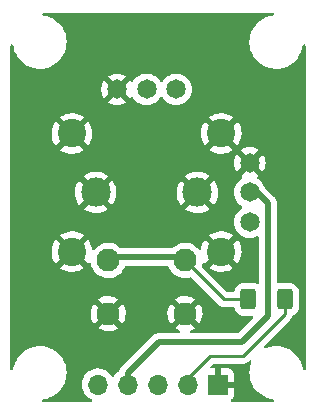
<source format=gbr>
%TF.GenerationSoftware,KiCad,Pcbnew,(6.0.1)*%
%TF.CreationDate,2022-03-21T11:35:37+08:00*%
%TF.ProjectId,Joystick_Board,4a6f7973-7469-4636-9b5f-426f6172642e,rev?*%
%TF.SameCoordinates,Original*%
%TF.FileFunction,Copper,L2,Bot*%
%TF.FilePolarity,Positive*%
%FSLAX46Y46*%
G04 Gerber Fmt 4.6, Leading zero omitted, Abs format (unit mm)*
G04 Created by KiCad (PCBNEW (6.0.1)) date 2022-03-21 11:35:37*
%MOMM*%
%LPD*%
G01*
G04 APERTURE LIST*
G04 Aperture macros list*
%AMRoundRect*
0 Rectangle with rounded corners*
0 $1 Rounding radius*
0 $2 $3 $4 $5 $6 $7 $8 $9 X,Y pos of 4 corners*
0 Add a 4 corners polygon primitive as box body*
4,1,4,$2,$3,$4,$5,$6,$7,$8,$9,$2,$3,0*
0 Add four circle primitives for the rounded corners*
1,1,$1+$1,$2,$3*
1,1,$1+$1,$4,$5*
1,1,$1+$1,$6,$7*
1,1,$1+$1,$8,$9*
0 Add four rect primitives between the rounded corners*
20,1,$1+$1,$2,$3,$4,$5,0*
20,1,$1+$1,$4,$5,$6,$7,0*
20,1,$1+$1,$6,$7,$8,$9,0*
20,1,$1+$1,$8,$9,$2,$3,0*%
G04 Aperture macros list end*
%TA.AperFunction,ComponentPad*%
%ADD10C,1.950000*%
%TD*%
%TA.AperFunction,ComponentPad*%
%ADD11C,1.650000*%
%TD*%
%TA.AperFunction,ComponentPad*%
%ADD12C,2.400000*%
%TD*%
%TA.AperFunction,ComponentPad*%
%ADD13C,2.475000*%
%TD*%
%TA.AperFunction,ComponentPad*%
%ADD14R,1.700000X1.700000*%
%TD*%
%TA.AperFunction,ComponentPad*%
%ADD15O,1.700000X1.700000*%
%TD*%
%TA.AperFunction,SMDPad,CuDef*%
%ADD16RoundRect,0.250000X-0.400000X-0.625000X0.400000X-0.625000X0.400000X0.625000X-0.400000X0.625000X0*%
%TD*%
%TA.AperFunction,Conductor*%
%ADD17C,0.250000*%
%TD*%
%TA.AperFunction,Conductor*%
%ADD18C,0.500000*%
%TD*%
G04 APERTURE END LIST*
D10*
%TO.P,S1,A1,A1*%
%TO.N,Net-(J1-Pad5)*%
X142782000Y-94990000D03*
D11*
%TO.P,S1,A11,A11*%
%TO.N,+3V3*%
X154762000Y-91740000D03*
%TO.P,S1,A12,A12*%
%TO.N,Net-(J1-Pad4)*%
X154762000Y-89240000D03*
%TO.P,S1,A13,A13*%
%TO.N,GND*%
X154762000Y-86740000D03*
D10*
%TO.P,S1,B1,B1*%
X142782000Y-99490000D03*
D11*
%TO.P,S1,B11,B11*%
%TO.N,+3V3*%
X148532000Y-80510000D03*
%TO.P,S1,B12,B12*%
%TO.N,Net-(J1-Pad3)*%
X146032000Y-80510000D03*
%TO.P,S1,B13,B13*%
%TO.N,GND*%
X143532000Y-80510000D03*
D10*
%TO.P,S1,C1,C1*%
%TO.N,Net-(J1-Pad5)*%
X149282000Y-94990000D03*
%TO.P,S1,D1,D1*%
%TO.N,GND*%
X149282000Y-99490000D03*
D12*
%TO.P,S1,MH1,MH1*%
X139707000Y-94240000D03*
%TO.P,S1,MH2,MH2*%
X139707000Y-84240000D03*
%TO.P,S1,MH3,MH3*%
X152357000Y-94240000D03*
%TO.P,S1,MH4,MH4*%
X152357000Y-84240000D03*
D13*
%TO.P,S1,MH5,MH5*%
X141732000Y-89240000D03*
%TO.P,S1,MH6,MH6*%
X150332000Y-89240000D03*
%TD*%
D14*
%TO.P,J1,1,Pin_1*%
%TO.N,GND*%
X152075000Y-105500000D03*
D15*
%TO.P,J1,2,Pin_2*%
%TO.N,+3V3*%
X149535000Y-105500000D03*
%TO.P,J1,3,Pin_3*%
%TO.N,Net-(J1-Pad3)*%
X146995000Y-105500000D03*
%TO.P,J1,4,Pin_4*%
%TO.N,Net-(J1-Pad4)*%
X144455000Y-105500000D03*
%TO.P,J1,5,Pin_5*%
%TO.N,Net-(J1-Pad5)*%
X141915000Y-105500000D03*
%TD*%
D16*
%TO.P,R1,1*%
%TO.N,Net-(J1-Pad5)*%
X154650000Y-98300000D03*
%TO.P,R1,2*%
%TO.N,+3V3*%
X157750000Y-98300000D03*
%TD*%
D17*
%TO.N,+3V3*%
X157750000Y-99550000D02*
X154200000Y-103100000D01*
X157750000Y-98900000D02*
X157750000Y-99550000D01*
X149535000Y-104965000D02*
X149535000Y-105500000D01*
X154200000Y-103100000D02*
X151400000Y-103100000D01*
X151400000Y-103100000D02*
X149535000Y-104965000D01*
D18*
%TO.N,Net-(J1-Pad4)*%
X144455000Y-105500000D02*
X144455000Y-104545000D01*
X147100000Y-101900000D02*
X154100000Y-101900000D01*
X144455000Y-104545000D02*
X147100000Y-101900000D01*
X154100000Y-101900000D02*
X156300000Y-99700000D01*
X156300000Y-90151500D02*
X155113500Y-88965000D01*
X156300000Y-99700000D02*
X156300000Y-90151500D01*
X155113500Y-88965000D02*
X154762000Y-88965000D01*
D17*
%TO.N,Net-(J1-Pad5)*%
X152592000Y-98300000D02*
X149282000Y-94990000D01*
X154050000Y-98300000D02*
X152592000Y-98300000D01*
D18*
X149282000Y-94715000D02*
X142782000Y-94715000D01*
%TD*%
%TA.AperFunction,Conductor*%
%TO.N,GND*%
G36*
X156737969Y-74028002D02*
G01*
X156784462Y-74081658D01*
X156794566Y-74151932D01*
X156765072Y-74216512D01*
X156705346Y-74254896D01*
X156694753Y-74257514D01*
X156406520Y-74315632D01*
X156122837Y-74413312D01*
X156119104Y-74415181D01*
X156119100Y-74415183D01*
X155858309Y-74545778D01*
X155854565Y-74547653D01*
X155606416Y-74716294D01*
X155382752Y-74916274D01*
X155380035Y-74919444D01*
X155380034Y-74919445D01*
X155254155Y-75066311D01*
X155187501Y-75144077D01*
X155185227Y-75147579D01*
X155185223Y-75147584D01*
X155074792Y-75317633D01*
X155024093Y-75395703D01*
X154895400Y-75666730D01*
X154803682Y-75952396D01*
X154802941Y-75956515D01*
X154762024Y-76183927D01*
X154750552Y-76247684D01*
X154750363Y-76251851D01*
X154750362Y-76251858D01*
X154741435Y-76448444D01*
X154736941Y-76547404D01*
X154763091Y-76846292D01*
X154764001Y-76850364D01*
X154764002Y-76850369D01*
X154827628Y-77135016D01*
X154828540Y-77139095D01*
X154932140Y-77420671D01*
X154934084Y-77424359D01*
X154934088Y-77424367D01*
X155030805Y-77607807D01*
X155072069Y-77686071D01*
X155245871Y-77930633D01*
X155450490Y-78150061D01*
X155682333Y-78340498D01*
X155937325Y-78498600D01*
X156210988Y-78621589D01*
X156385368Y-78673574D01*
X156494514Y-78706112D01*
X156494516Y-78706112D01*
X156498513Y-78707304D01*
X156502633Y-78707957D01*
X156502635Y-78707957D01*
X156621509Y-78726785D01*
X156794848Y-78754239D01*
X156837577Y-78756179D01*
X156887262Y-78758436D01*
X156887281Y-78758436D01*
X156888681Y-78758500D01*
X157076107Y-78758500D01*
X157299370Y-78743671D01*
X157303464Y-78742846D01*
X157303468Y-78742845D01*
X157444513Y-78714405D01*
X157593480Y-78684368D01*
X157877163Y-78586688D01*
X157880896Y-78584819D01*
X157880900Y-78584817D01*
X158141691Y-78454222D01*
X158141693Y-78454221D01*
X158145435Y-78452347D01*
X158393584Y-78283706D01*
X158617248Y-78083726D01*
X158619966Y-78080555D01*
X158809779Y-77859097D01*
X158809782Y-77859093D01*
X158812499Y-77855923D01*
X158814773Y-77852421D01*
X158814777Y-77852416D01*
X158973628Y-77607807D01*
X158973631Y-77607802D01*
X158975907Y-77604297D01*
X159104600Y-77333270D01*
X159196318Y-77047604D01*
X159241991Y-76793761D01*
X159273740Y-76730258D01*
X159334781Y-76694002D01*
X159405734Y-76696502D01*
X159464071Y-76736965D01*
X159491272Y-76802544D01*
X159492000Y-76816073D01*
X159492000Y-104183530D01*
X159471998Y-104251651D01*
X159418342Y-104298144D01*
X159348068Y-104308248D01*
X159283488Y-104278754D01*
X159245104Y-104219028D01*
X159240479Y-104194512D01*
X159237273Y-104157870D01*
X159236909Y-104153708D01*
X159235293Y-104146475D01*
X159172372Y-103864984D01*
X159172371Y-103864981D01*
X159171460Y-103860905D01*
X159067860Y-103579329D01*
X159065916Y-103575641D01*
X159065912Y-103575633D01*
X158929884Y-103317633D01*
X158929883Y-103317632D01*
X158927931Y-103313929D01*
X158754129Y-103069367D01*
X158549510Y-102849939D01*
X158317667Y-102659502D01*
X158062675Y-102501400D01*
X157789012Y-102378411D01*
X157575650Y-102314805D01*
X157505486Y-102293888D01*
X157505484Y-102293888D01*
X157501487Y-102292696D01*
X157497367Y-102292043D01*
X157497365Y-102292043D01*
X157378491Y-102273215D01*
X157205152Y-102245761D01*
X157162423Y-102243821D01*
X157112738Y-102241564D01*
X157112719Y-102241564D01*
X157111319Y-102241500D01*
X156923893Y-102241500D01*
X156700630Y-102256329D01*
X156696536Y-102257154D01*
X156696532Y-102257155D01*
X156555487Y-102285595D01*
X156406520Y-102315632D01*
X156122837Y-102413312D01*
X156122475Y-102412262D01*
X156056810Y-102419665D01*
X155993160Y-102388214D01*
X155956618Y-102327344D01*
X155958785Y-102256381D01*
X155989446Y-102206458D01*
X158142247Y-100053657D01*
X158150537Y-100046113D01*
X158157018Y-100042000D01*
X158203659Y-99992332D01*
X158206413Y-99989491D01*
X158226134Y-99969770D01*
X158228612Y-99966575D01*
X158236318Y-99957553D01*
X158238775Y-99954937D01*
X158266586Y-99925321D01*
X158276346Y-99907568D01*
X158287199Y-99891045D01*
X158294753Y-99881306D01*
X158299613Y-99875041D01*
X158317176Y-99834457D01*
X158322383Y-99823827D01*
X158343695Y-99785060D01*
X158345666Y-99777383D01*
X158345668Y-99777378D01*
X158348732Y-99765442D01*
X158355138Y-99746730D01*
X158360033Y-99735419D01*
X158363181Y-99728145D01*
X158364421Y-99720316D01*
X158366633Y-99712703D01*
X158369143Y-99713432D01*
X158394097Y-99660784D01*
X158448265Y-99625118D01*
X158466994Y-99618870D01*
X158466999Y-99618868D01*
X158473946Y-99616550D01*
X158624348Y-99523478D01*
X158749305Y-99398303D01*
X158842115Y-99247738D01*
X158897797Y-99079861D01*
X158901216Y-99046497D01*
X158905395Y-99005706D01*
X158908500Y-98975400D01*
X158908500Y-97624600D01*
X158907926Y-97619070D01*
X158898238Y-97525692D01*
X158898237Y-97525688D01*
X158897526Y-97518834D01*
X158841550Y-97351054D01*
X158748478Y-97200652D01*
X158623303Y-97075695D01*
X158617072Y-97071854D01*
X158478968Y-96986725D01*
X158478966Y-96986724D01*
X158472738Y-96982885D01*
X158392995Y-96956436D01*
X158311389Y-96929368D01*
X158311387Y-96929368D01*
X158304861Y-96927203D01*
X158298025Y-96926503D01*
X158298022Y-96926502D01*
X158254969Y-96922091D01*
X158200400Y-96916500D01*
X157299600Y-96916500D01*
X157296356Y-96916837D01*
X157296348Y-96916837D01*
X157197503Y-96927093D01*
X157127682Y-96914228D01*
X157075900Y-96865657D01*
X157058500Y-96801766D01*
X157058500Y-90218563D01*
X157059933Y-90199614D01*
X157062097Y-90185386D01*
X157063198Y-90178151D01*
X157058915Y-90125490D01*
X157058500Y-90115277D01*
X157058500Y-90107207D01*
X157058078Y-90103587D01*
X157058077Y-90103569D01*
X157055208Y-90078961D01*
X157054775Y-90074586D01*
X157049454Y-90009161D01*
X157049453Y-90009158D01*
X157048860Y-90001863D01*
X157046604Y-89994899D01*
X157045413Y-89988940D01*
X157044029Y-89983085D01*
X157043182Y-89975819D01*
X157018265Y-89907173D01*
X157016848Y-89903045D01*
X156996607Y-89840564D01*
X156996606Y-89840562D01*
X156994351Y-89833601D01*
X156990555Y-89827346D01*
X156988049Y-89821872D01*
X156985330Y-89816442D01*
X156982833Y-89809563D01*
X156942809Y-89748516D01*
X156940472Y-89744812D01*
X156905509Y-89687193D01*
X156905505Y-89687188D01*
X156902595Y-89682392D01*
X156895197Y-89674016D01*
X156895223Y-89673993D01*
X156892574Y-89671003D01*
X156889866Y-89667764D01*
X156885856Y-89661648D01*
X156880549Y-89656621D01*
X156880546Y-89656617D01*
X156829617Y-89608372D01*
X156827175Y-89605994D01*
X156048267Y-88827086D01*
X156020021Y-88782750D01*
X156019867Y-88782174D01*
X155972354Y-88680282D01*
X155923582Y-88575690D01*
X155923579Y-88575685D01*
X155921256Y-88570703D01*
X155787422Y-88379568D01*
X155622432Y-88214578D01*
X155617924Y-88211421D01*
X155617921Y-88211419D01*
X155448669Y-88092908D01*
X155404341Y-88037451D01*
X155397032Y-87966832D01*
X155429063Y-87903471D01*
X155448669Y-87886482D01*
X155493000Y-87855441D01*
X155501375Y-87844964D01*
X155494307Y-87831517D01*
X154774812Y-87112022D01*
X154760868Y-87104408D01*
X154759035Y-87104539D01*
X154752420Y-87108790D01*
X154028972Y-87832238D01*
X154022542Y-87844013D01*
X154031838Y-87856028D01*
X154075331Y-87886482D01*
X154119659Y-87941939D01*
X154126968Y-88012558D01*
X154094937Y-88075919D01*
X154075331Y-88092908D01*
X153906079Y-88211419D01*
X153906076Y-88211421D01*
X153901568Y-88214578D01*
X153736578Y-88379568D01*
X153602744Y-88570703D01*
X153600421Y-88575685D01*
X153600418Y-88575690D01*
X153551646Y-88680282D01*
X153504133Y-88782174D01*
X153443742Y-89007556D01*
X153423406Y-89240000D01*
X153443742Y-89472444D01*
X153445166Y-89477757D01*
X153445166Y-89477759D01*
X153479527Y-89605994D01*
X153504133Y-89697826D01*
X153506455Y-89702806D01*
X153506456Y-89702808D01*
X153600418Y-89904310D01*
X153600421Y-89904315D01*
X153602744Y-89909297D01*
X153605900Y-89913804D01*
X153605901Y-89913806D01*
X153721671Y-90079142D01*
X153736578Y-90100432D01*
X153901568Y-90265422D01*
X153906076Y-90268579D01*
X153906079Y-90268581D01*
X154074895Y-90386787D01*
X154119223Y-90442244D01*
X154126532Y-90512863D01*
X154094501Y-90576224D01*
X154074895Y-90593213D01*
X153906079Y-90711419D01*
X153906076Y-90711421D01*
X153901568Y-90714578D01*
X153736578Y-90879568D01*
X153733421Y-90884076D01*
X153733419Y-90884079D01*
X153659851Y-90989145D01*
X153602744Y-91070703D01*
X153600421Y-91075685D01*
X153600418Y-91075690D01*
X153506456Y-91277192D01*
X153504133Y-91282174D01*
X153443742Y-91507556D01*
X153423406Y-91740000D01*
X153443742Y-91972444D01*
X153504133Y-92197826D01*
X153506455Y-92202806D01*
X153506456Y-92202808D01*
X153600418Y-92404310D01*
X153600421Y-92404315D01*
X153602744Y-92409297D01*
X153605900Y-92413804D01*
X153605901Y-92413806D01*
X153717920Y-92573785D01*
X153736578Y-92600432D01*
X153901568Y-92765422D01*
X153906076Y-92768579D01*
X153906079Y-92768581D01*
X154088194Y-92896099D01*
X154092703Y-92899256D01*
X154097685Y-92901579D01*
X154097690Y-92901582D01*
X154161749Y-92931453D01*
X154304174Y-92997867D01*
X154309482Y-92999289D01*
X154309484Y-92999290D01*
X154524241Y-93056834D01*
X154524243Y-93056834D01*
X154529556Y-93058258D01*
X154762000Y-93078594D01*
X154994444Y-93058258D01*
X154999757Y-93056834D01*
X154999759Y-93056834D01*
X155214516Y-92999290D01*
X155214518Y-92999289D01*
X155219826Y-92997867D01*
X155362251Y-92931453D01*
X155432441Y-92920792D01*
X155497254Y-92949772D01*
X155536111Y-93009191D01*
X155541500Y-93045648D01*
X155541500Y-96864735D01*
X155521498Y-96932856D01*
X155467842Y-96979349D01*
X155397568Y-96989453D01*
X155372988Y-96982130D01*
X155372738Y-96982885D01*
X155211389Y-96929368D01*
X155211387Y-96929368D01*
X155204861Y-96927203D01*
X155198025Y-96926503D01*
X155198022Y-96926502D01*
X155154969Y-96922091D01*
X155100400Y-96916500D01*
X154199600Y-96916500D01*
X154196354Y-96916837D01*
X154196350Y-96916837D01*
X154100692Y-96926762D01*
X154100688Y-96926763D01*
X154093834Y-96927474D01*
X154087298Y-96929655D01*
X154087296Y-96929655D01*
X154077702Y-96932856D01*
X153926054Y-96983450D01*
X153775652Y-97076522D01*
X153650695Y-97201697D01*
X153557885Y-97352262D01*
X153502203Y-97520139D01*
X153501502Y-97526977D01*
X153501502Y-97526979D01*
X153498801Y-97553342D01*
X153471960Y-97619070D01*
X153413845Y-97659852D01*
X153373457Y-97666500D01*
X152906594Y-97666500D01*
X152838473Y-97646498D01*
X152817499Y-97629595D01*
X150801264Y-95613359D01*
X151348386Y-95613359D01*
X151357099Y-95624879D01*
X151445586Y-95689760D01*
X151453505Y-95694708D01*
X151669877Y-95808547D01*
X151678451Y-95812275D01*
X151909282Y-95892885D01*
X151918291Y-95895299D01*
X152158518Y-95940908D01*
X152167775Y-95941962D01*
X152412107Y-95951563D01*
X152421420Y-95951237D01*
X152664478Y-95924618D01*
X152673655Y-95922917D01*
X152910107Y-95860665D01*
X152918926Y-95857628D01*
X153143584Y-95761107D01*
X153151856Y-95756800D01*
X153359777Y-95628135D01*
X153361620Y-95626796D01*
X153369038Y-95615541D01*
X153362974Y-95605184D01*
X152369812Y-94612022D01*
X152355868Y-94604408D01*
X152354035Y-94604539D01*
X152347420Y-94608790D01*
X151355044Y-95601166D01*
X151348386Y-95613359D01*
X150801264Y-95613359D01*
X150733422Y-95545517D01*
X150699396Y-95483205D01*
X150701959Y-95419795D01*
X150736966Y-95304575D01*
X150738965Y-95289391D01*
X150767688Y-95224464D01*
X150826954Y-95185373D01*
X150897945Y-95184528D01*
X150958123Y-95222199D01*
X150964846Y-95230450D01*
X150972174Y-95240264D01*
X150983431Y-95248712D01*
X150995850Y-95241940D01*
X151984978Y-94252812D01*
X151991356Y-94241132D01*
X152721408Y-94241132D01*
X152721539Y-94242965D01*
X152725790Y-94249580D01*
X153720732Y-95244522D01*
X153733112Y-95251282D01*
X153741453Y-95245038D01*
X153859700Y-95061202D01*
X153864147Y-95053011D01*
X153964572Y-94830076D01*
X153967767Y-94821298D01*
X154034135Y-94585973D01*
X154035993Y-94576844D01*
X154067044Y-94332770D01*
X154067525Y-94326483D01*
X154069706Y-94243160D01*
X154069555Y-94236851D01*
X154051321Y-93991486D01*
X154049944Y-93982280D01*
X153995979Y-93743786D01*
X153993255Y-93734875D01*
X153904633Y-93506983D01*
X153900619Y-93498567D01*
X153779284Y-93286276D01*
X153774074Y-93278553D01*
X153742787Y-93238865D01*
X153730863Y-93230395D01*
X153719328Y-93236882D01*
X152729022Y-94227188D01*
X152721408Y-94241132D01*
X151991356Y-94241132D01*
X151992592Y-94238868D01*
X151992461Y-94237035D01*
X151988210Y-94230420D01*
X150993828Y-93236038D01*
X150980520Y-93228771D01*
X150970481Y-93235893D01*
X150965581Y-93241784D01*
X150960168Y-93249373D01*
X150833322Y-93458409D01*
X150829084Y-93466726D01*
X150734529Y-93692214D01*
X150731572Y-93701052D01*
X150671384Y-93938042D01*
X150669763Y-93947233D01*
X150665126Y-93993282D01*
X150638399Y-94059056D01*
X150580355Y-94099939D01*
X150509423Y-94102951D01*
X150446569Y-94065460D01*
X150297212Y-93901319D01*
X150293161Y-93898120D01*
X150293157Y-93898116D01*
X150109825Y-93753329D01*
X150109821Y-93753327D01*
X150105770Y-93750127D01*
X150094284Y-93743786D01*
X150049759Y-93719207D01*
X149892205Y-93632233D01*
X149887336Y-93630509D01*
X149887332Y-93630507D01*
X149667127Y-93552528D01*
X149667123Y-93552527D01*
X149662252Y-93550802D01*
X149657159Y-93549895D01*
X149657156Y-93549894D01*
X149427177Y-93508928D01*
X149427171Y-93508927D01*
X149422088Y-93508022D01*
X149342380Y-93507048D01*
X149183332Y-93505105D01*
X149183330Y-93505105D01*
X149178162Y-93505042D01*
X148937024Y-93541941D01*
X148705150Y-93617729D01*
X148488769Y-93730370D01*
X148484636Y-93733473D01*
X148484633Y-93733475D01*
X148305493Y-93867978D01*
X148293690Y-93876840D01*
X148270298Y-93901319D01*
X148254786Y-93917551D01*
X148193262Y-93952981D01*
X148163692Y-93956500D01*
X143903127Y-93956500D01*
X143835006Y-93936498D01*
X143809937Y-93915303D01*
X143797212Y-93901319D01*
X143793161Y-93898120D01*
X143793157Y-93898116D01*
X143609825Y-93753329D01*
X143609821Y-93753327D01*
X143605770Y-93750127D01*
X143594284Y-93743786D01*
X143549759Y-93719207D01*
X143392205Y-93632233D01*
X143387336Y-93630509D01*
X143387332Y-93630507D01*
X143167127Y-93552528D01*
X143167123Y-93552527D01*
X143162252Y-93550802D01*
X143157159Y-93549895D01*
X143157156Y-93549894D01*
X142927177Y-93508928D01*
X142927171Y-93508927D01*
X142922088Y-93508022D01*
X142842380Y-93507048D01*
X142683332Y-93505105D01*
X142683330Y-93505105D01*
X142678162Y-93505042D01*
X142437024Y-93541941D01*
X142205150Y-93617729D01*
X141988769Y-93730370D01*
X141984636Y-93733473D01*
X141984633Y-93733475D01*
X141805493Y-93867978D01*
X141793690Y-93876840D01*
X141625153Y-94053204D01*
X141623670Y-94055377D01*
X141565866Y-94095311D01*
X141494909Y-94097679D01*
X141433936Y-94061308D01*
X141401741Y-93994298D01*
X141399943Y-93982274D01*
X141345979Y-93743786D01*
X141343255Y-93734875D01*
X141254633Y-93506983D01*
X141250619Y-93498567D01*
X141129284Y-93286276D01*
X141124074Y-93278553D01*
X141092787Y-93238865D01*
X141080863Y-93230395D01*
X141069328Y-93236882D01*
X140079022Y-94227188D01*
X140071408Y-94241132D01*
X140071539Y-94242965D01*
X140075790Y-94249580D01*
X141070732Y-95244522D01*
X141083112Y-95251282D01*
X141091453Y-95245038D01*
X141096982Y-95236442D01*
X141150655Y-95189969D01*
X141220933Y-95179892D01*
X141285503Y-95209410D01*
X141323864Y-95269151D01*
X141325871Y-95276902D01*
X141361533Y-95435147D01*
X141363475Y-95439929D01*
X141363476Y-95439933D01*
X141439897Y-95628135D01*
X141453311Y-95661169D01*
X141580772Y-95869166D01*
X141740492Y-96053553D01*
X141928183Y-96209377D01*
X142138804Y-96332453D01*
X142366698Y-96419478D01*
X142371764Y-96420509D01*
X142371765Y-96420509D01*
X142600667Y-96467080D01*
X142600671Y-96467080D01*
X142605746Y-96468113D01*
X142610922Y-96468303D01*
X142610924Y-96468303D01*
X142844363Y-96476863D01*
X142844367Y-96476863D01*
X142849527Y-96477052D01*
X142854647Y-96476396D01*
X142854649Y-96476396D01*
X142931377Y-96466567D01*
X143091494Y-96446055D01*
X143096443Y-96444570D01*
X143096449Y-96444569D01*
X143320200Y-96377440D01*
X143320199Y-96377440D01*
X143325150Y-96375955D01*
X143544219Y-96268634D01*
X143548424Y-96265634D01*
X143548430Y-96265631D01*
X143738614Y-96129974D01*
X143738616Y-96129972D01*
X143742818Y-96126975D01*
X143915614Y-95954781D01*
X144057966Y-95756677D01*
X144163239Y-95543672D01*
X144211351Y-95491466D01*
X144276195Y-95473500D01*
X147792278Y-95473500D01*
X147860399Y-95493502D01*
X147909021Y-95552096D01*
X147939897Y-95628135D01*
X147953311Y-95661169D01*
X148080772Y-95869166D01*
X148240492Y-96053553D01*
X148428183Y-96209377D01*
X148638804Y-96332453D01*
X148866698Y-96419478D01*
X148871764Y-96420509D01*
X148871765Y-96420509D01*
X149100667Y-96467080D01*
X149100671Y-96467080D01*
X149105746Y-96468113D01*
X149110922Y-96468303D01*
X149110924Y-96468303D01*
X149344363Y-96476863D01*
X149344367Y-96476863D01*
X149349527Y-96477052D01*
X149354647Y-96476396D01*
X149354649Y-96476396D01*
X149431377Y-96466567D01*
X149591494Y-96446055D01*
X149712222Y-96409835D01*
X149783215Y-96409418D01*
X149837522Y-96441426D01*
X151015165Y-97619070D01*
X152088348Y-98692253D01*
X152095888Y-98700539D01*
X152100000Y-98707018D01*
X152105777Y-98712443D01*
X152149651Y-98753643D01*
X152152493Y-98756398D01*
X152172230Y-98776135D01*
X152175427Y-98778615D01*
X152184447Y-98786318D01*
X152216679Y-98816586D01*
X152223625Y-98820405D01*
X152223628Y-98820407D01*
X152234434Y-98826348D01*
X152250953Y-98837199D01*
X152266959Y-98849614D01*
X152274228Y-98852759D01*
X152274232Y-98852762D01*
X152307537Y-98867174D01*
X152318187Y-98872391D01*
X152356940Y-98893695D01*
X152364615Y-98895666D01*
X152364616Y-98895666D01*
X152376562Y-98898733D01*
X152395267Y-98905137D01*
X152413855Y-98913181D01*
X152421678Y-98914420D01*
X152421688Y-98914423D01*
X152457524Y-98920099D01*
X152469144Y-98922505D01*
X152504289Y-98931528D01*
X152511970Y-98933500D01*
X152532224Y-98933500D01*
X152551934Y-98935051D01*
X152571943Y-98938220D01*
X152579835Y-98937474D01*
X152615961Y-98934059D01*
X152627819Y-98933500D01*
X153373550Y-98933500D01*
X153441671Y-98953502D01*
X153488164Y-99007158D01*
X153498877Y-99046496D01*
X153502474Y-99081166D01*
X153558450Y-99248946D01*
X153651522Y-99399348D01*
X153776697Y-99524305D01*
X153782927Y-99528145D01*
X153782928Y-99528146D01*
X153920090Y-99612694D01*
X153927262Y-99617115D01*
X154007005Y-99643564D01*
X154088611Y-99670632D01*
X154088613Y-99670632D01*
X154095139Y-99672797D01*
X154101975Y-99673497D01*
X154101978Y-99673498D01*
X154145031Y-99677909D01*
X154199600Y-99683500D01*
X154939629Y-99683500D01*
X155007750Y-99703502D01*
X155054243Y-99757158D01*
X155064347Y-99827432D01*
X155034853Y-99892012D01*
X155028724Y-99898595D01*
X153822724Y-101104595D01*
X153760412Y-101138621D01*
X153733629Y-101141500D01*
X149796759Y-101141500D01*
X149728638Y-101121498D01*
X149682145Y-101067842D01*
X149672041Y-100997568D01*
X149701535Y-100932988D01*
X149760551Y-100894815D01*
X149820003Y-100876978D01*
X149829612Y-100873212D01*
X150039324Y-100770476D01*
X150048169Y-100765203D01*
X150120869Y-100713347D01*
X150129270Y-100702646D01*
X150122283Y-100689493D01*
X149294812Y-99862022D01*
X149280868Y-99854408D01*
X149279035Y-99854539D01*
X149272420Y-99858790D01*
X148437881Y-100693329D01*
X148430621Y-100706624D01*
X148434988Y-100712774D01*
X148634563Y-100829397D01*
X148643846Y-100833844D01*
X148811302Y-100897790D01*
X148867805Y-100940778D01*
X148892098Y-101007489D01*
X148876468Y-101076743D01*
X148825877Y-101126554D01*
X148766353Y-101141500D01*
X147167070Y-101141500D01*
X147148120Y-101140067D01*
X147133885Y-101137901D01*
X147133881Y-101137901D01*
X147126651Y-101136801D01*
X147119359Y-101137394D01*
X147119356Y-101137394D01*
X147073982Y-101141085D01*
X147063767Y-101141500D01*
X147055707Y-101141500D01*
X147052073Y-101141924D01*
X147052067Y-101141924D01*
X147039042Y-101143443D01*
X147027480Y-101144791D01*
X147023132Y-101145221D01*
X146950364Y-101151140D01*
X146943403Y-101153395D01*
X146937463Y-101154582D01*
X146931588Y-101155971D01*
X146924319Y-101156818D01*
X146855670Y-101181736D01*
X146851542Y-101183153D01*
X146789064Y-101203393D01*
X146789062Y-101203394D01*
X146782101Y-101205649D01*
X146775846Y-101209445D01*
X146770372Y-101211951D01*
X146764942Y-101214670D01*
X146758063Y-101217167D01*
X146751943Y-101221180D01*
X146751942Y-101221180D01*
X146697024Y-101257186D01*
X146693320Y-101259523D01*
X146630893Y-101297405D01*
X146622516Y-101304803D01*
X146622492Y-101304776D01*
X146619500Y-101307429D01*
X146616267Y-101310132D01*
X146610148Y-101314144D01*
X146605116Y-101319456D01*
X146556872Y-101370383D01*
X146554494Y-101372825D01*
X143966089Y-103961230D01*
X143951677Y-103973616D01*
X143940082Y-103982149D01*
X143940077Y-103982154D01*
X143934182Y-103986492D01*
X143929443Y-103992070D01*
X143929440Y-103992073D01*
X143899965Y-104026768D01*
X143893035Y-104034284D01*
X143887340Y-104039979D01*
X143885060Y-104042861D01*
X143869719Y-104062251D01*
X143866928Y-104065655D01*
X143824409Y-104115703D01*
X143819667Y-104121285D01*
X143816339Y-104127801D01*
X143812972Y-104132850D01*
X143809805Y-104137979D01*
X143805266Y-104143716D01*
X143774345Y-104209875D01*
X143772442Y-104213769D01*
X143739231Y-104278808D01*
X143737491Y-104285920D01*
X143735397Y-104291550D01*
X143733479Y-104297315D01*
X143730378Y-104303950D01*
X143728887Y-104311118D01*
X143726576Y-104318065D01*
X143724038Y-104317221D01*
X143696452Y-104368866D01*
X143682192Y-104381356D01*
X143581756Y-104456766D01*
X143549965Y-104480635D01*
X143395629Y-104642138D01*
X143288201Y-104799621D01*
X143233293Y-104844621D01*
X143162768Y-104852792D01*
X143099021Y-104821538D01*
X143078324Y-104797054D01*
X142997822Y-104672617D01*
X142997820Y-104672614D01*
X142995014Y-104668277D01*
X142844670Y-104503051D01*
X142840619Y-104499852D01*
X142840615Y-104499848D01*
X142673414Y-104367800D01*
X142673410Y-104367798D01*
X142669359Y-104364598D01*
X142473789Y-104256638D01*
X142468920Y-104254914D01*
X142468916Y-104254912D01*
X142268087Y-104183795D01*
X142268083Y-104183794D01*
X142263212Y-104182069D01*
X142258119Y-104181162D01*
X142258116Y-104181161D01*
X142048373Y-104143800D01*
X142048367Y-104143799D01*
X142043284Y-104142894D01*
X141969452Y-104141992D01*
X141825081Y-104140228D01*
X141825079Y-104140228D01*
X141819911Y-104140165D01*
X141599091Y-104173955D01*
X141386756Y-104243357D01*
X141188607Y-104346507D01*
X141184474Y-104349610D01*
X141184471Y-104349612D01*
X141014100Y-104477530D01*
X141009965Y-104480635D01*
X140855629Y-104642138D01*
X140729743Y-104826680D01*
X140635688Y-105029305D01*
X140575989Y-105244570D01*
X140552251Y-105466695D01*
X140565110Y-105689715D01*
X140566247Y-105694761D01*
X140566248Y-105694767D01*
X140583680Y-105772115D01*
X140614222Y-105907639D01*
X140698266Y-106114616D01*
X140749942Y-106198944D01*
X140812291Y-106300688D01*
X140814987Y-106305088D01*
X140961250Y-106473938D01*
X141133126Y-106616632D01*
X141326000Y-106729338D01*
X141330825Y-106731180D01*
X141330826Y-106731181D01*
X141375630Y-106748290D01*
X141432133Y-106791278D01*
X141456426Y-106857989D01*
X141440796Y-106927244D01*
X141390204Y-106977054D01*
X141330681Y-106992000D01*
X137330152Y-106992000D01*
X137262031Y-106971998D01*
X137215538Y-106918342D01*
X137205434Y-106848068D01*
X137234928Y-106783488D01*
X137294654Y-106745104D01*
X137305247Y-106742486D01*
X137361313Y-106731181D01*
X137593480Y-106684368D01*
X137877163Y-106586688D01*
X137880896Y-106584819D01*
X137880900Y-106584817D01*
X138141691Y-106454222D01*
X138141693Y-106454221D01*
X138145435Y-106452347D01*
X138356380Y-106308990D01*
X138390125Y-106286057D01*
X138390128Y-106286055D01*
X138393584Y-106283706D01*
X138617248Y-106083726D01*
X138687458Y-106001811D01*
X138809779Y-105859097D01*
X138809782Y-105859093D01*
X138812499Y-105855923D01*
X138814773Y-105852421D01*
X138814777Y-105852416D01*
X138973628Y-105607807D01*
X138973631Y-105607802D01*
X138975907Y-105604297D01*
X139104600Y-105333270D01*
X139131430Y-105249707D01*
X139195038Y-105051591D01*
X139195038Y-105051590D01*
X139196318Y-105047604D01*
X139210868Y-104966736D01*
X139248709Y-104756425D01*
X139248710Y-104756420D01*
X139249448Y-104752316D01*
X139250146Y-104736965D01*
X139262870Y-104456766D01*
X139262870Y-104456760D01*
X139263059Y-104452596D01*
X139259503Y-104411946D01*
X139241994Y-104211834D01*
X139236909Y-104153708D01*
X139235293Y-104146475D01*
X139172372Y-103864984D01*
X139172371Y-103864981D01*
X139171460Y-103860905D01*
X139067860Y-103579329D01*
X139065916Y-103575641D01*
X139065912Y-103575633D01*
X138929884Y-103317633D01*
X138929883Y-103317632D01*
X138927931Y-103313929D01*
X138754129Y-103069367D01*
X138549510Y-102849939D01*
X138317667Y-102659502D01*
X138062675Y-102501400D01*
X137789012Y-102378411D01*
X137575650Y-102314805D01*
X137505486Y-102293888D01*
X137505484Y-102293888D01*
X137501487Y-102292696D01*
X137497367Y-102292043D01*
X137497365Y-102292043D01*
X137378491Y-102273215D01*
X137205152Y-102245761D01*
X137162423Y-102243821D01*
X137112738Y-102241564D01*
X137112719Y-102241564D01*
X137111319Y-102241500D01*
X136923893Y-102241500D01*
X136700630Y-102256329D01*
X136696536Y-102257154D01*
X136696532Y-102257155D01*
X136555487Y-102285595D01*
X136406520Y-102315632D01*
X136122837Y-102413312D01*
X136119104Y-102415181D01*
X136119100Y-102415183D01*
X135858309Y-102545778D01*
X135854565Y-102547653D01*
X135851100Y-102550008D01*
X135662026Y-102678502D01*
X135606416Y-102716294D01*
X135382752Y-102916274D01*
X135380035Y-102919444D01*
X135380034Y-102919445D01*
X135254155Y-103066311D01*
X135187501Y-103144077D01*
X135185227Y-103147579D01*
X135185223Y-103147584D01*
X135074792Y-103317633D01*
X135024093Y-103395703D01*
X134895400Y-103666730D01*
X134894121Y-103670713D01*
X134894120Y-103670716D01*
X134877572Y-103722256D01*
X134803682Y-103952396D01*
X134802941Y-103956515D01*
X134758009Y-104206239D01*
X134726260Y-104269742D01*
X134665219Y-104305998D01*
X134594266Y-104303498D01*
X134535929Y-104263035D01*
X134508728Y-104197456D01*
X134508000Y-104183927D01*
X134508000Y-100706624D01*
X141930621Y-100706624D01*
X141934988Y-100712774D01*
X142134563Y-100829397D01*
X142143846Y-100833844D01*
X142362007Y-100917152D01*
X142371905Y-100920028D01*
X142600744Y-100966585D01*
X142610972Y-100967804D01*
X142844340Y-100976362D01*
X142854626Y-100975895D01*
X143086262Y-100946222D01*
X143096340Y-100944080D01*
X143320014Y-100876974D01*
X143329612Y-100873212D01*
X143539324Y-100770476D01*
X143548169Y-100765203D01*
X143620869Y-100713347D01*
X143629270Y-100702646D01*
X143622283Y-100689493D01*
X142794812Y-99862022D01*
X142780868Y-99854408D01*
X142779035Y-99854539D01*
X142772420Y-99858790D01*
X141937881Y-100693329D01*
X141930621Y-100706624D01*
X134508000Y-100706624D01*
X134508000Y-99458799D01*
X141294658Y-99458799D01*
X141308102Y-99691942D01*
X141309535Y-99702144D01*
X141360873Y-99929949D01*
X141363956Y-99939789D01*
X141451814Y-100156156D01*
X141456457Y-100165347D01*
X141557555Y-100330325D01*
X141568011Y-100339785D01*
X141576789Y-100336001D01*
X142409978Y-99502812D01*
X142416356Y-99491132D01*
X143146408Y-99491132D01*
X143146539Y-99492965D01*
X143150790Y-99499580D01*
X143982045Y-100330835D01*
X143994055Y-100337394D01*
X144005794Y-100328426D01*
X144054518Y-100260619D01*
X144059829Y-100251780D01*
X144163291Y-100042442D01*
X144167089Y-100032849D01*
X144234974Y-99809413D01*
X144237151Y-99799343D01*
X144267869Y-99566015D01*
X144268388Y-99559340D01*
X144270001Y-99493364D01*
X144269807Y-99486647D01*
X144267518Y-99458799D01*
X147794658Y-99458799D01*
X147808102Y-99691942D01*
X147809535Y-99702144D01*
X147860873Y-99929949D01*
X147863956Y-99939789D01*
X147951814Y-100156156D01*
X147956457Y-100165347D01*
X148057555Y-100330325D01*
X148068011Y-100339785D01*
X148076789Y-100336001D01*
X148909978Y-99502812D01*
X148916356Y-99491132D01*
X149646408Y-99491132D01*
X149646539Y-99492965D01*
X149650790Y-99499580D01*
X150482045Y-100330835D01*
X150494055Y-100337394D01*
X150505794Y-100328426D01*
X150554518Y-100260619D01*
X150559829Y-100251780D01*
X150663291Y-100042442D01*
X150667089Y-100032849D01*
X150734974Y-99809413D01*
X150737151Y-99799343D01*
X150767869Y-99566015D01*
X150768388Y-99559340D01*
X150770001Y-99493364D01*
X150769807Y-99486647D01*
X150750525Y-99252108D01*
X150748842Y-99241946D01*
X150691952Y-99015453D01*
X150688634Y-99005706D01*
X150595513Y-98791542D01*
X150590646Y-98782467D01*
X150505465Y-98650796D01*
X150494779Y-98641593D01*
X150485214Y-98645996D01*
X149654022Y-99477188D01*
X149646408Y-99491132D01*
X148916356Y-99491132D01*
X148917592Y-99488868D01*
X148917461Y-99487035D01*
X148913210Y-99480420D01*
X148081892Y-98649102D01*
X148070356Y-98642802D01*
X148058073Y-98652426D01*
X147991036Y-98750698D01*
X147985943Y-98759662D01*
X147887619Y-98971483D01*
X147884062Y-98981151D01*
X147821657Y-99206178D01*
X147819726Y-99216298D01*
X147794910Y-99448510D01*
X147794658Y-99458799D01*
X144267518Y-99458799D01*
X144250525Y-99252108D01*
X144248842Y-99241946D01*
X144191952Y-99015453D01*
X144188634Y-99005706D01*
X144095513Y-98791542D01*
X144090646Y-98782467D01*
X144005465Y-98650796D01*
X143994779Y-98641593D01*
X143985214Y-98645996D01*
X143154022Y-99477188D01*
X143146408Y-99491132D01*
X142416356Y-99491132D01*
X142417592Y-99488868D01*
X142417461Y-99487035D01*
X142413210Y-99480420D01*
X141581892Y-98649102D01*
X141570356Y-98642802D01*
X141558073Y-98652426D01*
X141491036Y-98750698D01*
X141485943Y-98759662D01*
X141387619Y-98971483D01*
X141384062Y-98981151D01*
X141321657Y-99206178D01*
X141319726Y-99216298D01*
X141294910Y-99448510D01*
X141294658Y-99458799D01*
X134508000Y-99458799D01*
X134508000Y-98277142D01*
X141933938Y-98277142D01*
X141940684Y-98289474D01*
X142769188Y-99117978D01*
X142783132Y-99125592D01*
X142784965Y-99125461D01*
X142791580Y-99121210D01*
X143624391Y-98288399D01*
X143630539Y-98277142D01*
X148433938Y-98277142D01*
X148440684Y-98289474D01*
X149269188Y-99117978D01*
X149283132Y-99125592D01*
X149284965Y-99125461D01*
X149291580Y-99121210D01*
X150124391Y-98288399D01*
X150131412Y-98275543D01*
X150123639Y-98264875D01*
X150109548Y-98253746D01*
X150100970Y-98248047D01*
X149896526Y-98135189D01*
X149887126Y-98130964D01*
X149666993Y-98053011D01*
X149657036Y-98050381D01*
X149427129Y-98009427D01*
X149416878Y-98008458D01*
X149183367Y-98005605D01*
X149173083Y-98006325D01*
X148942253Y-98041647D01*
X148932225Y-98044036D01*
X148710263Y-98116584D01*
X148700753Y-98120581D01*
X148493624Y-98228405D01*
X148484904Y-98233897D01*
X148442391Y-98265817D01*
X148433938Y-98277142D01*
X143630539Y-98277142D01*
X143631412Y-98275543D01*
X143623639Y-98264875D01*
X143609548Y-98253746D01*
X143600970Y-98248047D01*
X143396526Y-98135189D01*
X143387126Y-98130964D01*
X143166993Y-98053011D01*
X143157036Y-98050381D01*
X142927129Y-98009427D01*
X142916878Y-98008458D01*
X142683367Y-98005605D01*
X142673083Y-98006325D01*
X142442253Y-98041647D01*
X142432225Y-98044036D01*
X142210263Y-98116584D01*
X142200753Y-98120581D01*
X141993624Y-98228405D01*
X141984904Y-98233897D01*
X141942391Y-98265817D01*
X141933938Y-98277142D01*
X134508000Y-98277142D01*
X134508000Y-95613359D01*
X138698386Y-95613359D01*
X138707099Y-95624879D01*
X138795586Y-95689760D01*
X138803505Y-95694708D01*
X139019877Y-95808547D01*
X139028451Y-95812275D01*
X139259282Y-95892885D01*
X139268291Y-95895299D01*
X139508518Y-95940908D01*
X139517775Y-95941962D01*
X139762107Y-95951563D01*
X139771420Y-95951237D01*
X140014478Y-95924618D01*
X140023655Y-95922917D01*
X140260107Y-95860665D01*
X140268926Y-95857628D01*
X140493584Y-95761107D01*
X140501856Y-95756800D01*
X140709777Y-95628135D01*
X140711620Y-95626796D01*
X140719038Y-95615541D01*
X140712974Y-95605184D01*
X139719812Y-94612022D01*
X139705868Y-94604408D01*
X139704035Y-94604539D01*
X139697420Y-94608790D01*
X138705044Y-95601166D01*
X138698386Y-95613359D01*
X134508000Y-95613359D01*
X134508000Y-94199835D01*
X137995022Y-94199835D01*
X138006754Y-94444064D01*
X138007891Y-94453324D01*
X138055593Y-94693143D01*
X138058082Y-94702118D01*
X138140708Y-94932250D01*
X138144505Y-94940778D01*
X138260234Y-95156160D01*
X138265245Y-95164027D01*
X138322173Y-95240263D01*
X138333431Y-95248712D01*
X138345850Y-95241940D01*
X139334978Y-94252812D01*
X139342592Y-94238868D01*
X139342461Y-94237035D01*
X139338210Y-94230420D01*
X138343828Y-93236038D01*
X138330520Y-93228771D01*
X138320481Y-93235893D01*
X138315581Y-93241784D01*
X138310168Y-93249373D01*
X138183322Y-93458409D01*
X138179084Y-93466726D01*
X138084529Y-93692214D01*
X138081572Y-93701052D01*
X138021384Y-93938042D01*
X138019763Y-93947232D01*
X137995267Y-94190510D01*
X137995022Y-94199835D01*
X134508000Y-94199835D01*
X134508000Y-92864917D01*
X138696330Y-92864917D01*
X138700903Y-92874693D01*
X139694188Y-93867978D01*
X139708132Y-93875592D01*
X139709965Y-93875461D01*
X139716580Y-93871210D01*
X140709488Y-92878302D01*
X140715872Y-92866612D01*
X140714555Y-92864917D01*
X151346330Y-92864917D01*
X151350903Y-92874693D01*
X152344188Y-93867978D01*
X152358132Y-93875592D01*
X152359965Y-93875461D01*
X152366580Y-93871210D01*
X153359488Y-92878302D01*
X153365872Y-92866612D01*
X153356460Y-92854502D01*
X153230144Y-92766873D01*
X153222116Y-92762145D01*
X153002810Y-92653995D01*
X152994177Y-92650507D01*
X152761288Y-92575958D01*
X152752238Y-92573785D01*
X152510891Y-92534480D01*
X152501602Y-92533668D01*
X152257114Y-92530467D01*
X152247803Y-92531037D01*
X152005522Y-92564010D01*
X151996403Y-92565948D01*
X151761668Y-92634367D01*
X151752915Y-92637639D01*
X151530869Y-92740004D01*
X151522714Y-92744524D01*
X151355468Y-92854175D01*
X151346330Y-92864917D01*
X140714555Y-92864917D01*
X140706460Y-92854502D01*
X140580144Y-92766873D01*
X140572116Y-92762145D01*
X140352810Y-92653995D01*
X140344177Y-92650507D01*
X140111288Y-92575958D01*
X140102238Y-92573785D01*
X139860891Y-92534480D01*
X139851602Y-92533668D01*
X139607114Y-92530467D01*
X139597803Y-92531037D01*
X139355522Y-92564010D01*
X139346403Y-92565948D01*
X139111668Y-92634367D01*
X139102915Y-92637639D01*
X138880869Y-92740004D01*
X138872714Y-92744524D01*
X138705468Y-92854175D01*
X138696330Y-92864917D01*
X134508000Y-92864917D01*
X134508000Y-90640189D01*
X140696556Y-90640189D01*
X140705269Y-90651709D01*
X140800665Y-90721656D01*
X140808564Y-90726592D01*
X141029897Y-90843041D01*
X141038446Y-90846758D01*
X141274549Y-90929209D01*
X141283558Y-90931623D01*
X141529261Y-90978271D01*
X141538518Y-90979325D01*
X141788420Y-90989145D01*
X141797733Y-90988819D01*
X142046343Y-90961591D01*
X142055497Y-90959895D01*
X142297350Y-90896221D01*
X142306170Y-90893184D01*
X142535948Y-90794463D01*
X142544220Y-90790156D01*
X142756876Y-90658561D01*
X142762546Y-90654441D01*
X142770648Y-90642149D01*
X142769500Y-90640189D01*
X149296556Y-90640189D01*
X149305269Y-90651709D01*
X149400665Y-90721656D01*
X149408564Y-90726592D01*
X149629897Y-90843041D01*
X149638446Y-90846758D01*
X149874549Y-90929209D01*
X149883558Y-90931623D01*
X150129261Y-90978271D01*
X150138518Y-90979325D01*
X150388420Y-90989145D01*
X150397733Y-90988819D01*
X150646343Y-90961591D01*
X150655497Y-90959895D01*
X150897350Y-90896221D01*
X150906170Y-90893184D01*
X151135948Y-90794463D01*
X151144220Y-90790156D01*
X151356876Y-90658561D01*
X151362546Y-90654441D01*
X151370648Y-90642149D01*
X151364584Y-90631794D01*
X150344812Y-89612022D01*
X150330868Y-89604408D01*
X150329035Y-89604539D01*
X150322420Y-89608790D01*
X149303214Y-90627996D01*
X149296556Y-90640189D01*
X142769500Y-90640189D01*
X142764584Y-90631794D01*
X141744812Y-89612022D01*
X141730868Y-89604408D01*
X141729035Y-89604539D01*
X141722420Y-89608790D01*
X140703214Y-90627996D01*
X140696556Y-90640189D01*
X134508000Y-90640189D01*
X134508000Y-89198852D01*
X139982430Y-89198852D01*
X139994429Y-89448647D01*
X139995566Y-89457907D01*
X140044356Y-89703192D01*
X140046845Y-89712167D01*
X140131355Y-89947545D01*
X140135152Y-89956073D01*
X140253519Y-90176366D01*
X140258530Y-90184232D01*
X140320379Y-90267057D01*
X140331637Y-90275506D01*
X140344056Y-90268734D01*
X141359978Y-89252812D01*
X141366356Y-89241132D01*
X142096408Y-89241132D01*
X142096539Y-89242965D01*
X142100790Y-89249580D01*
X143122868Y-90271658D01*
X143135248Y-90278418D01*
X143143589Y-90272174D01*
X143267751Y-90079142D01*
X143272194Y-90070958D01*
X143374909Y-89842938D01*
X143378103Y-89834163D01*
X143445985Y-89593470D01*
X143447843Y-89584341D01*
X143479597Y-89334740D01*
X143480078Y-89328452D01*
X143482311Y-89243159D01*
X143482160Y-89236851D01*
X143479336Y-89198852D01*
X148582430Y-89198852D01*
X148594429Y-89448647D01*
X148595566Y-89457907D01*
X148644356Y-89703192D01*
X148646845Y-89712167D01*
X148731355Y-89947545D01*
X148735152Y-89956073D01*
X148853519Y-90176366D01*
X148858530Y-90184232D01*
X148920379Y-90267057D01*
X148931637Y-90275506D01*
X148944056Y-90268734D01*
X149959978Y-89252812D01*
X149966356Y-89241132D01*
X150696408Y-89241132D01*
X150696539Y-89242965D01*
X150700790Y-89249580D01*
X151722868Y-90271658D01*
X151735248Y-90278418D01*
X151743589Y-90272174D01*
X151867751Y-90079142D01*
X151872194Y-90070958D01*
X151974909Y-89842938D01*
X151978103Y-89834163D01*
X152045985Y-89593470D01*
X152047843Y-89584341D01*
X152079597Y-89334740D01*
X152080078Y-89328452D01*
X152082311Y-89243159D01*
X152082160Y-89236851D01*
X152063513Y-88985927D01*
X152062136Y-88976721D01*
X152006941Y-88732791D01*
X152004217Y-88723880D01*
X151913573Y-88490789D01*
X151909562Y-88482380D01*
X151785462Y-88265252D01*
X151780249Y-88257522D01*
X151744490Y-88212162D01*
X151732566Y-88203692D01*
X151721031Y-88210179D01*
X150704022Y-89227188D01*
X150696408Y-89241132D01*
X149966356Y-89241132D01*
X149967592Y-89238868D01*
X149967461Y-89237035D01*
X149963210Y-89230420D01*
X148942199Y-88209409D01*
X148928891Y-88202142D01*
X148918852Y-88209264D01*
X148909970Y-88219942D01*
X148904550Y-88227540D01*
X148774816Y-88441337D01*
X148770578Y-88449654D01*
X148673867Y-88680282D01*
X148670910Y-88689120D01*
X148609349Y-88931516D01*
X148607730Y-88940699D01*
X148582675Y-89189525D01*
X148582430Y-89198852D01*
X143479336Y-89198852D01*
X143463513Y-88985927D01*
X143462136Y-88976721D01*
X143406941Y-88732791D01*
X143404217Y-88723880D01*
X143313573Y-88490789D01*
X143309562Y-88482380D01*
X143185462Y-88265252D01*
X143180249Y-88257522D01*
X143144490Y-88212162D01*
X143132566Y-88203692D01*
X143121031Y-88210179D01*
X142104022Y-89227188D01*
X142096408Y-89241132D01*
X141366356Y-89241132D01*
X141367592Y-89238868D01*
X141367461Y-89237035D01*
X141363210Y-89230420D01*
X140342199Y-88209409D01*
X140328891Y-88202142D01*
X140318852Y-88209264D01*
X140309970Y-88219942D01*
X140304550Y-88227540D01*
X140174816Y-88441337D01*
X140170578Y-88449654D01*
X140073867Y-88680282D01*
X140070910Y-88689120D01*
X140009349Y-88931516D01*
X140007730Y-88940699D01*
X139982675Y-89189525D01*
X139982430Y-89198852D01*
X134508000Y-89198852D01*
X134508000Y-87837832D01*
X140694245Y-87837832D01*
X140698818Y-87847608D01*
X141719188Y-88867978D01*
X141733132Y-88875592D01*
X141734965Y-88875461D01*
X141741580Y-88871210D01*
X142761436Y-87851354D01*
X142767820Y-87839664D01*
X142766396Y-87837832D01*
X149294245Y-87837832D01*
X149298818Y-87847608D01*
X150319188Y-88867978D01*
X150333132Y-88875592D01*
X150334965Y-88875461D01*
X150341580Y-88871210D01*
X151361436Y-87851354D01*
X151367820Y-87839664D01*
X151358408Y-87827554D01*
X151224230Y-87734471D01*
X151216202Y-87729743D01*
X150991897Y-87619128D01*
X150983264Y-87615640D01*
X150745072Y-87539395D01*
X150736011Y-87537219D01*
X150489168Y-87497018D01*
X150479881Y-87496206D01*
X150229818Y-87492932D01*
X150220506Y-87493502D01*
X149972713Y-87527225D01*
X149963577Y-87529166D01*
X149723492Y-87599145D01*
X149714749Y-87602414D01*
X149487638Y-87707114D01*
X149479483Y-87711634D01*
X149303383Y-87827090D01*
X149294245Y-87837832D01*
X142766396Y-87837832D01*
X142758408Y-87827554D01*
X142624230Y-87734471D01*
X142616202Y-87729743D01*
X142391897Y-87619128D01*
X142383264Y-87615640D01*
X142145072Y-87539395D01*
X142136011Y-87537219D01*
X141889168Y-87497018D01*
X141879881Y-87496206D01*
X141629818Y-87492932D01*
X141620506Y-87493502D01*
X141372713Y-87527225D01*
X141363577Y-87529166D01*
X141123492Y-87599145D01*
X141114749Y-87602414D01*
X140887638Y-87707114D01*
X140879483Y-87711634D01*
X140703383Y-87827090D01*
X140694245Y-87837832D01*
X134508000Y-87837832D01*
X134508000Y-86745475D01*
X153424387Y-86745475D01*
X153443758Y-86966877D01*
X153445661Y-86977672D01*
X153503182Y-87192344D01*
X153506928Y-87202636D01*
X153600852Y-87404059D01*
X153606335Y-87413554D01*
X153646559Y-87471000D01*
X153657036Y-87479375D01*
X153670483Y-87472307D01*
X154389978Y-86752812D01*
X154396356Y-86741132D01*
X155126408Y-86741132D01*
X155126539Y-86742965D01*
X155130790Y-86749580D01*
X155854238Y-87473028D01*
X155866013Y-87479458D01*
X155878028Y-87470162D01*
X155917665Y-87413554D01*
X155923148Y-87404059D01*
X156017072Y-87202636D01*
X156020818Y-87192344D01*
X156078339Y-86977672D01*
X156080242Y-86966877D01*
X156099613Y-86745475D01*
X156099613Y-86734525D01*
X156080242Y-86513123D01*
X156078339Y-86502328D01*
X156020818Y-86287656D01*
X156017072Y-86277364D01*
X155923148Y-86075941D01*
X155917665Y-86066446D01*
X155877441Y-86009000D01*
X155866964Y-86000625D01*
X155853517Y-86007693D01*
X155134022Y-86727188D01*
X155126408Y-86741132D01*
X154396356Y-86741132D01*
X154397592Y-86738868D01*
X154397461Y-86737035D01*
X154393210Y-86730420D01*
X153669762Y-86006972D01*
X153657987Y-86000542D01*
X153645972Y-86009838D01*
X153606335Y-86066446D01*
X153600852Y-86075941D01*
X153506928Y-86277364D01*
X153503182Y-86287656D01*
X153445661Y-86502328D01*
X153443758Y-86513123D01*
X153424387Y-86734525D01*
X153424387Y-86745475D01*
X134508000Y-86745475D01*
X134508000Y-85613359D01*
X138698386Y-85613359D01*
X138707099Y-85624879D01*
X138795586Y-85689760D01*
X138803505Y-85694708D01*
X139019877Y-85808547D01*
X139028451Y-85812275D01*
X139259282Y-85892885D01*
X139268291Y-85895299D01*
X139508518Y-85940908D01*
X139517775Y-85941962D01*
X139762107Y-85951563D01*
X139771420Y-85951237D01*
X140014478Y-85924618D01*
X140023655Y-85922917D01*
X140260107Y-85860665D01*
X140268926Y-85857628D01*
X140493584Y-85761107D01*
X140501856Y-85756800D01*
X140709777Y-85628135D01*
X140711620Y-85626796D01*
X140719038Y-85615541D01*
X140717760Y-85613359D01*
X151348386Y-85613359D01*
X151357099Y-85624879D01*
X151445586Y-85689760D01*
X151453505Y-85694708D01*
X151669877Y-85808547D01*
X151678451Y-85812275D01*
X151909282Y-85892885D01*
X151918291Y-85895299D01*
X152158518Y-85940908D01*
X152167775Y-85941962D01*
X152412107Y-85951563D01*
X152421420Y-85951237D01*
X152664478Y-85924618D01*
X152673655Y-85922917D01*
X152910107Y-85860665D01*
X152918926Y-85857628D01*
X153143584Y-85761107D01*
X153151856Y-85756800D01*
X153348625Y-85635036D01*
X154022625Y-85635036D01*
X154029693Y-85648483D01*
X154749188Y-86367978D01*
X154763132Y-86375592D01*
X154764965Y-86375461D01*
X154771580Y-86371210D01*
X155495028Y-85647762D01*
X155501458Y-85635987D01*
X155492162Y-85623972D01*
X155435554Y-85584335D01*
X155426059Y-85578852D01*
X155224636Y-85484928D01*
X155214344Y-85481182D01*
X154999672Y-85423661D01*
X154988877Y-85421758D01*
X154767475Y-85402387D01*
X154756525Y-85402387D01*
X154535123Y-85421758D01*
X154524328Y-85423661D01*
X154309656Y-85481182D01*
X154299364Y-85484928D01*
X154097941Y-85578852D01*
X154088446Y-85584335D01*
X154031000Y-85624559D01*
X154022625Y-85635036D01*
X153348625Y-85635036D01*
X153359777Y-85628135D01*
X153361620Y-85626796D01*
X153369038Y-85615541D01*
X153362974Y-85605184D01*
X152369812Y-84612022D01*
X152355868Y-84604408D01*
X152354035Y-84604539D01*
X152347420Y-84608790D01*
X151355044Y-85601166D01*
X151348386Y-85613359D01*
X140717760Y-85613359D01*
X140712974Y-85605184D01*
X139719812Y-84612022D01*
X139705868Y-84604408D01*
X139704035Y-84604539D01*
X139697420Y-84608790D01*
X138705044Y-85601166D01*
X138698386Y-85613359D01*
X134508000Y-85613359D01*
X134508000Y-84199835D01*
X137995022Y-84199835D01*
X138006754Y-84444064D01*
X138007891Y-84453324D01*
X138055593Y-84693143D01*
X138058082Y-84702118D01*
X138140708Y-84932250D01*
X138144505Y-84940778D01*
X138260234Y-85156160D01*
X138265245Y-85164027D01*
X138322173Y-85240263D01*
X138333431Y-85248712D01*
X138345850Y-85241940D01*
X139334978Y-84252812D01*
X139341356Y-84241132D01*
X140071408Y-84241132D01*
X140071539Y-84242965D01*
X140075790Y-84249580D01*
X141070732Y-85244522D01*
X141083112Y-85251282D01*
X141091453Y-85245038D01*
X141209700Y-85061202D01*
X141214147Y-85053011D01*
X141314572Y-84830076D01*
X141317767Y-84821298D01*
X141384135Y-84585973D01*
X141385993Y-84576844D01*
X141417044Y-84332770D01*
X141417525Y-84326483D01*
X141419706Y-84243160D01*
X141419555Y-84236851D01*
X141416804Y-84199835D01*
X150645022Y-84199835D01*
X150656754Y-84444064D01*
X150657891Y-84453324D01*
X150705593Y-84693143D01*
X150708082Y-84702118D01*
X150790708Y-84932250D01*
X150794505Y-84940778D01*
X150910234Y-85156160D01*
X150915245Y-85164027D01*
X150972173Y-85240263D01*
X150983431Y-85248712D01*
X150995850Y-85241940D01*
X151984978Y-84252812D01*
X151991356Y-84241132D01*
X152721408Y-84241132D01*
X152721539Y-84242965D01*
X152725790Y-84249580D01*
X153720732Y-85244522D01*
X153733112Y-85251282D01*
X153741453Y-85245038D01*
X153859700Y-85061202D01*
X153864147Y-85053011D01*
X153964572Y-84830076D01*
X153967767Y-84821298D01*
X154034135Y-84585973D01*
X154035993Y-84576844D01*
X154067044Y-84332770D01*
X154067525Y-84326483D01*
X154069706Y-84243160D01*
X154069555Y-84236851D01*
X154051321Y-83991486D01*
X154049944Y-83982280D01*
X153995979Y-83743786D01*
X153993255Y-83734875D01*
X153904633Y-83506983D01*
X153900619Y-83498567D01*
X153779284Y-83286276D01*
X153774074Y-83278553D01*
X153742787Y-83238865D01*
X153730863Y-83230395D01*
X153719328Y-83236882D01*
X152729022Y-84227188D01*
X152721408Y-84241132D01*
X151991356Y-84241132D01*
X151992592Y-84238868D01*
X151992461Y-84237035D01*
X151988210Y-84230420D01*
X150993828Y-83236038D01*
X150980520Y-83228771D01*
X150970481Y-83235893D01*
X150965581Y-83241784D01*
X150960168Y-83249373D01*
X150833322Y-83458409D01*
X150829084Y-83466726D01*
X150734529Y-83692214D01*
X150731572Y-83701052D01*
X150671384Y-83938042D01*
X150669763Y-83947232D01*
X150645267Y-84190510D01*
X150645022Y-84199835D01*
X141416804Y-84199835D01*
X141401321Y-83991486D01*
X141399944Y-83982280D01*
X141345979Y-83743786D01*
X141343255Y-83734875D01*
X141254633Y-83506983D01*
X141250619Y-83498567D01*
X141129284Y-83286276D01*
X141124074Y-83278553D01*
X141092787Y-83238865D01*
X141080863Y-83230395D01*
X141069328Y-83236882D01*
X140079022Y-84227188D01*
X140071408Y-84241132D01*
X139341356Y-84241132D01*
X139342592Y-84238868D01*
X139342461Y-84237035D01*
X139338210Y-84230420D01*
X138343828Y-83236038D01*
X138330520Y-83228771D01*
X138320481Y-83235893D01*
X138315581Y-83241784D01*
X138310168Y-83249373D01*
X138183322Y-83458409D01*
X138179084Y-83466726D01*
X138084529Y-83692214D01*
X138081572Y-83701052D01*
X138021384Y-83938042D01*
X138019763Y-83947232D01*
X137995267Y-84190510D01*
X137995022Y-84199835D01*
X134508000Y-84199835D01*
X134508000Y-82864917D01*
X138696330Y-82864917D01*
X138700903Y-82874693D01*
X139694188Y-83867978D01*
X139708132Y-83875592D01*
X139709965Y-83875461D01*
X139716580Y-83871210D01*
X140709488Y-82878302D01*
X140715872Y-82866612D01*
X140714555Y-82864917D01*
X151346330Y-82864917D01*
X151350903Y-82874693D01*
X152344188Y-83867978D01*
X152358132Y-83875592D01*
X152359965Y-83875461D01*
X152366580Y-83871210D01*
X153359488Y-82878302D01*
X153365872Y-82866612D01*
X153356460Y-82854502D01*
X153230144Y-82766873D01*
X153222116Y-82762145D01*
X153002810Y-82653995D01*
X152994177Y-82650507D01*
X152761288Y-82575958D01*
X152752238Y-82573785D01*
X152510891Y-82534480D01*
X152501602Y-82533668D01*
X152257114Y-82530467D01*
X152247803Y-82531037D01*
X152005522Y-82564010D01*
X151996403Y-82565948D01*
X151761668Y-82634367D01*
X151752915Y-82637639D01*
X151530869Y-82740004D01*
X151522714Y-82744524D01*
X151355468Y-82854175D01*
X151346330Y-82864917D01*
X140714555Y-82864917D01*
X140706460Y-82854502D01*
X140580144Y-82766873D01*
X140572116Y-82762145D01*
X140352810Y-82653995D01*
X140344177Y-82650507D01*
X140111288Y-82575958D01*
X140102238Y-82573785D01*
X139860891Y-82534480D01*
X139851602Y-82533668D01*
X139607114Y-82530467D01*
X139597803Y-82531037D01*
X139355522Y-82564010D01*
X139346403Y-82565948D01*
X139111668Y-82634367D01*
X139102915Y-82637639D01*
X138880869Y-82740004D01*
X138872714Y-82744524D01*
X138705468Y-82854175D01*
X138696330Y-82864917D01*
X134508000Y-82864917D01*
X134508000Y-81614013D01*
X142792542Y-81614013D01*
X142801838Y-81626028D01*
X142858446Y-81665665D01*
X142867941Y-81671148D01*
X143069364Y-81765072D01*
X143079656Y-81768818D01*
X143294328Y-81826339D01*
X143305123Y-81828242D01*
X143526525Y-81847613D01*
X143537475Y-81847613D01*
X143758877Y-81828242D01*
X143769672Y-81826339D01*
X143984344Y-81768818D01*
X143994636Y-81765072D01*
X144196059Y-81671148D01*
X144205554Y-81665665D01*
X144263000Y-81625441D01*
X144271375Y-81614964D01*
X144264307Y-81601517D01*
X143544812Y-80882022D01*
X143530868Y-80874408D01*
X143529035Y-80874539D01*
X143522420Y-80878790D01*
X142798972Y-81602238D01*
X142792542Y-81614013D01*
X134508000Y-81614013D01*
X134508000Y-80515475D01*
X142194387Y-80515475D01*
X142213758Y-80736877D01*
X142215661Y-80747672D01*
X142273182Y-80962344D01*
X142276928Y-80972636D01*
X142370852Y-81174059D01*
X142376335Y-81183554D01*
X142416559Y-81241000D01*
X142427036Y-81249375D01*
X142440483Y-81242307D01*
X143159978Y-80522812D01*
X143166356Y-80511132D01*
X143896408Y-80511132D01*
X143896539Y-80512965D01*
X143900790Y-80519580D01*
X144624238Y-81243028D01*
X144636013Y-81249458D01*
X144648028Y-81240162D01*
X144678482Y-81196669D01*
X144733939Y-81152341D01*
X144804558Y-81145032D01*
X144867919Y-81177063D01*
X144884908Y-81196669D01*
X145006578Y-81370432D01*
X145171568Y-81535422D01*
X145176076Y-81538579D01*
X145176079Y-81538581D01*
X145358194Y-81666099D01*
X145362703Y-81669256D01*
X145367685Y-81671579D01*
X145367690Y-81671582D01*
X145568180Y-81765072D01*
X145574174Y-81767867D01*
X145579482Y-81769289D01*
X145579484Y-81769290D01*
X145794241Y-81826834D01*
X145794243Y-81826834D01*
X145799556Y-81828258D01*
X146032000Y-81848594D01*
X146264444Y-81828258D01*
X146269757Y-81826834D01*
X146269759Y-81826834D01*
X146484516Y-81769290D01*
X146484518Y-81769289D01*
X146489826Y-81767867D01*
X146495820Y-81765072D01*
X146696310Y-81671582D01*
X146696315Y-81671579D01*
X146701297Y-81669256D01*
X146705806Y-81666099D01*
X146887921Y-81538581D01*
X146887924Y-81538579D01*
X146892432Y-81535422D01*
X147057422Y-81370432D01*
X147178787Y-81197105D01*
X147234244Y-81152777D01*
X147304863Y-81145468D01*
X147368224Y-81177499D01*
X147385213Y-81197105D01*
X147506578Y-81370432D01*
X147671568Y-81535422D01*
X147676076Y-81538579D01*
X147676079Y-81538581D01*
X147858194Y-81666099D01*
X147862703Y-81669256D01*
X147867685Y-81671579D01*
X147867690Y-81671582D01*
X148068180Y-81765072D01*
X148074174Y-81767867D01*
X148079482Y-81769289D01*
X148079484Y-81769290D01*
X148294241Y-81826834D01*
X148294243Y-81826834D01*
X148299556Y-81828258D01*
X148532000Y-81848594D01*
X148764444Y-81828258D01*
X148769757Y-81826834D01*
X148769759Y-81826834D01*
X148984516Y-81769290D01*
X148984518Y-81769289D01*
X148989826Y-81767867D01*
X148995820Y-81765072D01*
X149196310Y-81671582D01*
X149196315Y-81671579D01*
X149201297Y-81669256D01*
X149205806Y-81666099D01*
X149387921Y-81538581D01*
X149387924Y-81538579D01*
X149392432Y-81535422D01*
X149557422Y-81370432D01*
X149691256Y-81179297D01*
X149693579Y-81174315D01*
X149693582Y-81174310D01*
X149787544Y-80972808D01*
X149787545Y-80972806D01*
X149789867Y-80967826D01*
X149850258Y-80742444D01*
X149870594Y-80510000D01*
X149850258Y-80277556D01*
X149789867Y-80052174D01*
X149782000Y-80035303D01*
X149693582Y-79845690D01*
X149693579Y-79845685D01*
X149691256Y-79840703D01*
X149557422Y-79649568D01*
X149392432Y-79484578D01*
X149387924Y-79481421D01*
X149387921Y-79481419D01*
X149205806Y-79353901D01*
X149205804Y-79353900D01*
X149201297Y-79350744D01*
X149196315Y-79348421D01*
X149196310Y-79348418D01*
X148994808Y-79254456D01*
X148994806Y-79254455D01*
X148989826Y-79252133D01*
X148984518Y-79250711D01*
X148984516Y-79250710D01*
X148769759Y-79193166D01*
X148769757Y-79193166D01*
X148764444Y-79191742D01*
X148532000Y-79171406D01*
X148299556Y-79191742D01*
X148294243Y-79193166D01*
X148294241Y-79193166D01*
X148079484Y-79250710D01*
X148079482Y-79250711D01*
X148074174Y-79252133D01*
X148069194Y-79254455D01*
X148069192Y-79254456D01*
X147867690Y-79348418D01*
X147867685Y-79348421D01*
X147862703Y-79350744D01*
X147858196Y-79353900D01*
X147858194Y-79353901D01*
X147676079Y-79481419D01*
X147676076Y-79481421D01*
X147671568Y-79484578D01*
X147506578Y-79649568D01*
X147503421Y-79654076D01*
X147503419Y-79654079D01*
X147385213Y-79822895D01*
X147329756Y-79867223D01*
X147259137Y-79874532D01*
X147195776Y-79842501D01*
X147178787Y-79822895D01*
X147060581Y-79654079D01*
X147060579Y-79654076D01*
X147057422Y-79649568D01*
X146892432Y-79484578D01*
X146887924Y-79481421D01*
X146887921Y-79481419D01*
X146705806Y-79353901D01*
X146705804Y-79353900D01*
X146701297Y-79350744D01*
X146696315Y-79348421D01*
X146696310Y-79348418D01*
X146494808Y-79254456D01*
X146494806Y-79254455D01*
X146489826Y-79252133D01*
X146484518Y-79250711D01*
X146484516Y-79250710D01*
X146269759Y-79193166D01*
X146269757Y-79193166D01*
X146264444Y-79191742D01*
X146032000Y-79171406D01*
X145799556Y-79191742D01*
X145794243Y-79193166D01*
X145794241Y-79193166D01*
X145579484Y-79250710D01*
X145579482Y-79250711D01*
X145574174Y-79252133D01*
X145569194Y-79254455D01*
X145569192Y-79254456D01*
X145367690Y-79348418D01*
X145367685Y-79348421D01*
X145362703Y-79350744D01*
X145358196Y-79353900D01*
X145358194Y-79353901D01*
X145176079Y-79481419D01*
X145176076Y-79481421D01*
X145171568Y-79484578D01*
X145006578Y-79649568D01*
X145003421Y-79654076D01*
X145003419Y-79654079D01*
X144884908Y-79823331D01*
X144829451Y-79867659D01*
X144758832Y-79874968D01*
X144695471Y-79842937D01*
X144678482Y-79823331D01*
X144647441Y-79779000D01*
X144636964Y-79770625D01*
X144623517Y-79777693D01*
X143904022Y-80497188D01*
X143896408Y-80511132D01*
X143166356Y-80511132D01*
X143167592Y-80508868D01*
X143167461Y-80507035D01*
X143163210Y-80500420D01*
X142439762Y-79776972D01*
X142427987Y-79770542D01*
X142415972Y-79779838D01*
X142376335Y-79836446D01*
X142370852Y-79845941D01*
X142276928Y-80047364D01*
X142273182Y-80057656D01*
X142215661Y-80272328D01*
X142213758Y-80283123D01*
X142194387Y-80504525D01*
X142194387Y-80515475D01*
X134508000Y-80515475D01*
X134508000Y-79405036D01*
X142792625Y-79405036D01*
X142799693Y-79418483D01*
X143519188Y-80137978D01*
X143533132Y-80145592D01*
X143534965Y-80145461D01*
X143541580Y-80141210D01*
X144265028Y-79417762D01*
X144271458Y-79405987D01*
X144262162Y-79393972D01*
X144205554Y-79354335D01*
X144196059Y-79348852D01*
X143994636Y-79254928D01*
X143984344Y-79251182D01*
X143769672Y-79193661D01*
X143758877Y-79191758D01*
X143537475Y-79172387D01*
X143526525Y-79172387D01*
X143305123Y-79191758D01*
X143294328Y-79193661D01*
X143079656Y-79251182D01*
X143069364Y-79254928D01*
X142867941Y-79348852D01*
X142858446Y-79354335D01*
X142801000Y-79394559D01*
X142792625Y-79405036D01*
X134508000Y-79405036D01*
X134508000Y-76816470D01*
X134528002Y-76748349D01*
X134581658Y-76701856D01*
X134651932Y-76691752D01*
X134716512Y-76721246D01*
X134754896Y-76780972D01*
X134759521Y-76805488D01*
X134763091Y-76846292D01*
X134764001Y-76850364D01*
X134764002Y-76850369D01*
X134827628Y-77135016D01*
X134828540Y-77139095D01*
X134932140Y-77420671D01*
X134934084Y-77424359D01*
X134934088Y-77424367D01*
X135030805Y-77607807D01*
X135072069Y-77686071D01*
X135245871Y-77930633D01*
X135450490Y-78150061D01*
X135682333Y-78340498D01*
X135937325Y-78498600D01*
X136210988Y-78621589D01*
X136385368Y-78673574D01*
X136494514Y-78706112D01*
X136494516Y-78706112D01*
X136498513Y-78707304D01*
X136502633Y-78707957D01*
X136502635Y-78707957D01*
X136621509Y-78726785D01*
X136794848Y-78754239D01*
X136837577Y-78756179D01*
X136887262Y-78758436D01*
X136887281Y-78758436D01*
X136888681Y-78758500D01*
X137076107Y-78758500D01*
X137299370Y-78743671D01*
X137303464Y-78742846D01*
X137303468Y-78742845D01*
X137444513Y-78714405D01*
X137593480Y-78684368D01*
X137877163Y-78586688D01*
X137880896Y-78584819D01*
X137880900Y-78584817D01*
X138141691Y-78454222D01*
X138141693Y-78454221D01*
X138145435Y-78452347D01*
X138393584Y-78283706D01*
X138617248Y-78083726D01*
X138619966Y-78080555D01*
X138809779Y-77859097D01*
X138809782Y-77859093D01*
X138812499Y-77855923D01*
X138814773Y-77852421D01*
X138814777Y-77852416D01*
X138973628Y-77607807D01*
X138973631Y-77607802D01*
X138975907Y-77604297D01*
X139104600Y-77333270D01*
X139196318Y-77047604D01*
X139237905Y-76816470D01*
X139248709Y-76756425D01*
X139248710Y-76756420D01*
X139249448Y-76752316D01*
X139250146Y-76736965D01*
X139262870Y-76456766D01*
X139262870Y-76456760D01*
X139263059Y-76452596D01*
X139236909Y-76153708D01*
X139192832Y-75956515D01*
X139172372Y-75864984D01*
X139172371Y-75864981D01*
X139171460Y-75860905D01*
X139067860Y-75579329D01*
X139065916Y-75575641D01*
X139065912Y-75575633D01*
X138929884Y-75317633D01*
X138929883Y-75317632D01*
X138927931Y-75313929D01*
X138754129Y-75069367D01*
X138549510Y-74849939D01*
X138317667Y-74659502D01*
X138062675Y-74501400D01*
X137789012Y-74378411D01*
X137575650Y-74314805D01*
X137505486Y-74293888D01*
X137505484Y-74293888D01*
X137501487Y-74292696D01*
X137497367Y-74292043D01*
X137497365Y-74292043D01*
X137285261Y-74258449D01*
X137221108Y-74228036D01*
X137183581Y-74167768D01*
X137184595Y-74096779D01*
X137223828Y-74037607D01*
X137288823Y-74009039D01*
X137304972Y-74008000D01*
X156669848Y-74008000D01*
X156737969Y-74028002D01*
G37*
%TD.AperFunction*%
%TA.AperFunction,Conductor*%
G36*
X154843849Y-103456221D02*
G01*
X154900685Y-103498768D01*
X154925496Y-103565288D01*
X154913637Y-103628323D01*
X154895400Y-103666730D01*
X154894121Y-103670713D01*
X154894120Y-103670716D01*
X154877572Y-103722256D01*
X154803682Y-103952396D01*
X154802941Y-103956515D01*
X154751331Y-104243357D01*
X154750552Y-104247684D01*
X154750363Y-104251851D01*
X154750362Y-104251858D01*
X154737357Y-104538246D01*
X154736941Y-104547404D01*
X154737304Y-104551552D01*
X154737304Y-104551556D01*
X154745603Y-104646411D01*
X154763091Y-104846292D01*
X154764001Y-104850364D01*
X154764002Y-104850369D01*
X154811017Y-105060702D01*
X154828540Y-105139095D01*
X154932140Y-105420671D01*
X154934084Y-105424359D01*
X154934088Y-105424367D01*
X155030805Y-105607807D01*
X155072069Y-105686071D01*
X155245871Y-105930633D01*
X155450490Y-106150061D01*
X155682333Y-106340498D01*
X155937325Y-106498600D01*
X156210988Y-106621589D01*
X156366308Y-106667892D01*
X156494514Y-106706112D01*
X156494516Y-106706112D01*
X156498513Y-106707304D01*
X156502633Y-106707957D01*
X156502635Y-106707957D01*
X156714739Y-106741551D01*
X156778892Y-106771964D01*
X156816419Y-106832232D01*
X156815405Y-106903221D01*
X156776172Y-106962393D01*
X156711177Y-106990961D01*
X156695028Y-106992000D01*
X153293725Y-106992000D01*
X153225604Y-106971998D01*
X153179111Y-106918342D01*
X153169007Y-106848068D01*
X153198501Y-106783488D01*
X153218160Y-106765174D01*
X153280724Y-106718285D01*
X153293285Y-106705724D01*
X153369786Y-106603649D01*
X153378324Y-106588054D01*
X153423478Y-106467606D01*
X153427106Y-106452347D01*
X153432631Y-106401486D01*
X153433000Y-106394672D01*
X153433000Y-105772115D01*
X153428525Y-105756876D01*
X153427135Y-105755671D01*
X153419452Y-105754000D01*
X151947000Y-105754000D01*
X151878879Y-105733998D01*
X151832386Y-105680342D01*
X151821000Y-105628000D01*
X151821000Y-105227885D01*
X152329000Y-105227885D01*
X152333475Y-105243124D01*
X152334865Y-105244329D01*
X152342548Y-105246000D01*
X153414884Y-105246000D01*
X153430123Y-105241525D01*
X153431328Y-105240135D01*
X153432999Y-105232452D01*
X153432999Y-104605331D01*
X153432629Y-104598510D01*
X153427105Y-104547648D01*
X153423479Y-104532396D01*
X153378324Y-104411946D01*
X153369786Y-104396351D01*
X153293285Y-104294276D01*
X153280724Y-104281715D01*
X153178649Y-104205214D01*
X153163054Y-104196676D01*
X153042606Y-104151522D01*
X153027351Y-104147895D01*
X152976486Y-104142369D01*
X152969672Y-104142000D01*
X152347115Y-104142000D01*
X152331876Y-104146475D01*
X152330671Y-104147865D01*
X152329000Y-104155548D01*
X152329000Y-105227885D01*
X151821000Y-105227885D01*
X151821000Y-104160116D01*
X151816525Y-104144877D01*
X151815135Y-104143672D01*
X151807452Y-104142001D01*
X151558093Y-104142001D01*
X151489972Y-104121999D01*
X151443479Y-104068343D01*
X151433375Y-103998069D01*
X151462869Y-103933489D01*
X151468998Y-103926906D01*
X151625499Y-103770405D01*
X151687811Y-103736379D01*
X151714594Y-103733500D01*
X154121233Y-103733500D01*
X154132416Y-103734027D01*
X154139909Y-103735702D01*
X154147835Y-103735453D01*
X154147836Y-103735453D01*
X154207986Y-103733562D01*
X154211945Y-103733500D01*
X154239856Y-103733500D01*
X154243791Y-103733003D01*
X154243856Y-103732995D01*
X154255693Y-103732062D01*
X154287951Y-103731048D01*
X154291970Y-103730922D01*
X154299889Y-103730673D01*
X154319343Y-103725021D01*
X154338700Y-103721013D01*
X154350930Y-103719468D01*
X154350931Y-103719468D01*
X154358797Y-103718474D01*
X154366168Y-103715555D01*
X154366170Y-103715555D01*
X154399912Y-103702196D01*
X154411142Y-103698351D01*
X154445983Y-103688229D01*
X154445984Y-103688229D01*
X154453593Y-103686018D01*
X154460412Y-103681985D01*
X154460417Y-103681983D01*
X154471028Y-103675707D01*
X154488776Y-103667012D01*
X154507617Y-103659552D01*
X154543387Y-103633564D01*
X154553307Y-103627048D01*
X154584535Y-103608580D01*
X154584538Y-103608578D01*
X154591362Y-103604542D01*
X154605683Y-103590221D01*
X154620717Y-103577380D01*
X154637107Y-103565472D01*
X154665298Y-103531395D01*
X154673288Y-103522616D01*
X154710722Y-103485182D01*
X154773034Y-103451156D01*
X154843849Y-103456221D01*
G37*
%TD.AperFunction*%
%TD*%
M02*

</source>
